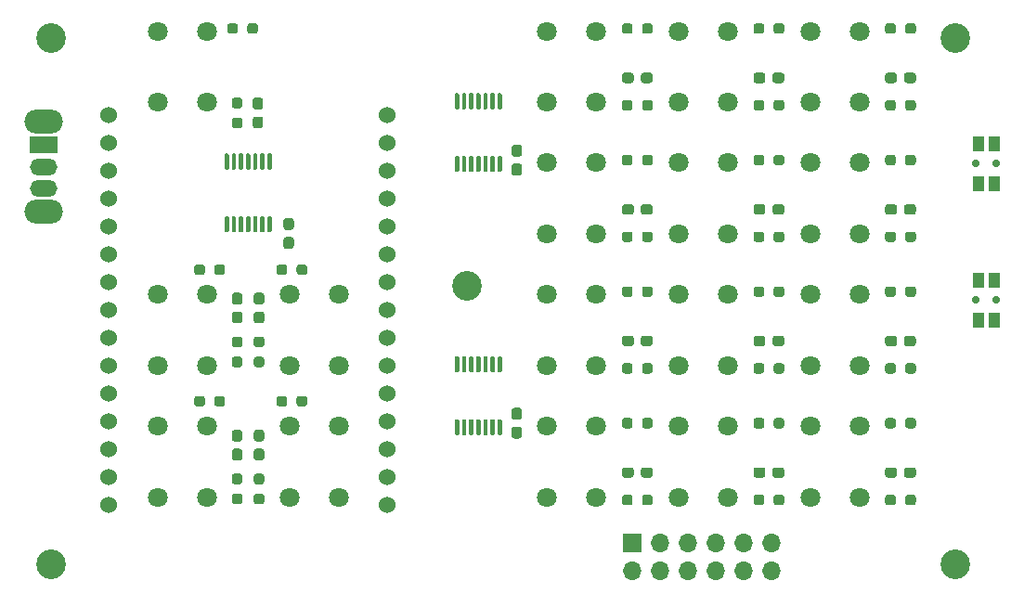
<source format=gbr>
%TF.GenerationSoftware,KiCad,Pcbnew,5.1.12-84ad8e8a86~92~ubuntu20.04.1*%
%TF.CreationDate,2022-04-07T20:47:11+02:00*%
%TF.ProjectId,bkm-15r-mini,626b6d2d-3135-4722-9d6d-696e692e6b69,rev?*%
%TF.SameCoordinates,Original*%
%TF.FileFunction,Soldermask,Top*%
%TF.FilePolarity,Negative*%
%FSLAX46Y46*%
G04 Gerber Fmt 4.6, Leading zero omitted, Abs format (unit mm)*
G04 Created by KiCad (PCBNEW 5.1.12-84ad8e8a86~92~ubuntu20.04.1) date 2022-04-07 20:47:11*
%MOMM*%
%LPD*%
G01*
G04 APERTURE LIST*
%ADD10R,1.700000X1.700000*%
%ADD11O,1.700000X1.700000*%
%ADD12C,2.700000*%
%ADD13C,1.800000*%
%ADD14C,0.700000*%
%ADD15R,1.050000X1.400000*%
%ADD16R,2.500000X1.500000*%
%ADD17O,2.500000X1.500000*%
%ADD18O,3.500000X2.200000*%
%ADD19C,1.524000*%
G04 APERTURE END LIST*
%TO.C,C102*%
G36*
G01*
X158325000Y-34837500D02*
X158325000Y-34362500D01*
G75*
G02*
X158562500Y-34125000I237500J0D01*
G01*
X159162500Y-34125000D01*
G75*
G02*
X159400000Y-34362500I0J-237500D01*
G01*
X159400000Y-34837500D01*
G75*
G02*
X159162500Y-35075000I-237500J0D01*
G01*
X158562500Y-35075000D01*
G75*
G02*
X158325000Y-34837500I0J237500D01*
G01*
G37*
G36*
G01*
X156600000Y-34837500D02*
X156600000Y-34362500D01*
G75*
G02*
X156837500Y-34125000I237500J0D01*
G01*
X157437500Y-34125000D01*
G75*
G02*
X157675000Y-34362500I0J-237500D01*
G01*
X157675000Y-34837500D01*
G75*
G02*
X157437500Y-35075000I-237500J0D01*
G01*
X156837500Y-35075000D01*
G75*
G02*
X156600000Y-34837500I0J237500D01*
G01*
G37*
%TD*%
%TO.C,C103*%
G36*
G01*
X144600000Y-34837500D02*
X144600000Y-34362500D01*
G75*
G02*
X144837500Y-34125000I237500J0D01*
G01*
X145437500Y-34125000D01*
G75*
G02*
X145675000Y-34362500I0J-237500D01*
G01*
X145675000Y-34837500D01*
G75*
G02*
X145437500Y-35075000I-237500J0D01*
G01*
X144837500Y-35075000D01*
G75*
G02*
X144600000Y-34837500I0J237500D01*
G01*
G37*
G36*
G01*
X146325000Y-34837500D02*
X146325000Y-34362500D01*
G75*
G02*
X146562500Y-34125000I237500J0D01*
G01*
X147162500Y-34125000D01*
G75*
G02*
X147400000Y-34362500I0J-237500D01*
G01*
X147400000Y-34837500D01*
G75*
G02*
X147162500Y-35075000I-237500J0D01*
G01*
X146562500Y-35075000D01*
G75*
G02*
X146325000Y-34837500I0J237500D01*
G01*
G37*
%TD*%
%TO.C,C101*%
G36*
G01*
X168600000Y-34837500D02*
X168600000Y-34362500D01*
G75*
G02*
X168837500Y-34125000I237500J0D01*
G01*
X169437500Y-34125000D01*
G75*
G02*
X169675000Y-34362500I0J-237500D01*
G01*
X169675000Y-34837500D01*
G75*
G02*
X169437500Y-35075000I-237500J0D01*
G01*
X168837500Y-35075000D01*
G75*
G02*
X168600000Y-34837500I0J237500D01*
G01*
G37*
G36*
G01*
X170325000Y-34837500D02*
X170325000Y-34362500D01*
G75*
G02*
X170562500Y-34125000I237500J0D01*
G01*
X171162500Y-34125000D01*
G75*
G02*
X171400000Y-34362500I0J-237500D01*
G01*
X171400000Y-34837500D01*
G75*
G02*
X171162500Y-35075000I-237500J0D01*
G01*
X170562500Y-35075000D01*
G75*
G02*
X170325000Y-34837500I0J237500D01*
G01*
G37*
%TD*%
%TO.C,C106*%
G36*
G01*
X144600000Y-46837500D02*
X144600000Y-46362500D01*
G75*
G02*
X144837500Y-46125000I237500J0D01*
G01*
X145437500Y-46125000D01*
G75*
G02*
X145675000Y-46362500I0J-237500D01*
G01*
X145675000Y-46837500D01*
G75*
G02*
X145437500Y-47075000I-237500J0D01*
G01*
X144837500Y-47075000D01*
G75*
G02*
X144600000Y-46837500I0J237500D01*
G01*
G37*
G36*
G01*
X146325000Y-46837500D02*
X146325000Y-46362500D01*
G75*
G02*
X146562500Y-46125000I237500J0D01*
G01*
X147162500Y-46125000D01*
G75*
G02*
X147400000Y-46362500I0J-237500D01*
G01*
X147400000Y-46837500D01*
G75*
G02*
X147162500Y-47075000I-237500J0D01*
G01*
X146562500Y-47075000D01*
G75*
G02*
X146325000Y-46837500I0J237500D01*
G01*
G37*
%TD*%
%TO.C,C104*%
G36*
G01*
X170325000Y-46837500D02*
X170325000Y-46362500D01*
G75*
G02*
X170562500Y-46125000I237500J0D01*
G01*
X171162500Y-46125000D01*
G75*
G02*
X171400000Y-46362500I0J-237500D01*
G01*
X171400000Y-46837500D01*
G75*
G02*
X171162500Y-47075000I-237500J0D01*
G01*
X170562500Y-47075000D01*
G75*
G02*
X170325000Y-46837500I0J237500D01*
G01*
G37*
G36*
G01*
X168600000Y-46837500D02*
X168600000Y-46362500D01*
G75*
G02*
X168837500Y-46125000I237500J0D01*
G01*
X169437500Y-46125000D01*
G75*
G02*
X169675000Y-46362500I0J-237500D01*
G01*
X169675000Y-46837500D01*
G75*
G02*
X169437500Y-47075000I-237500J0D01*
G01*
X168837500Y-47075000D01*
G75*
G02*
X168600000Y-46837500I0J237500D01*
G01*
G37*
%TD*%
%TO.C,C105*%
G36*
G01*
X156600000Y-46837500D02*
X156600000Y-46362500D01*
G75*
G02*
X156837500Y-46125000I237500J0D01*
G01*
X157437500Y-46125000D01*
G75*
G02*
X157675000Y-46362500I0J-237500D01*
G01*
X157675000Y-46837500D01*
G75*
G02*
X157437500Y-47075000I-237500J0D01*
G01*
X156837500Y-47075000D01*
G75*
G02*
X156600000Y-46837500I0J237500D01*
G01*
G37*
G36*
G01*
X158325000Y-46837500D02*
X158325000Y-46362500D01*
G75*
G02*
X158562500Y-46125000I237500J0D01*
G01*
X159162500Y-46125000D01*
G75*
G02*
X159400000Y-46362500I0J-237500D01*
G01*
X159400000Y-46837500D01*
G75*
G02*
X159162500Y-47075000I-237500J0D01*
G01*
X158562500Y-47075000D01*
G75*
G02*
X158325000Y-46837500I0J237500D01*
G01*
G37*
%TD*%
%TO.C,C109*%
G36*
G01*
X146325000Y-58837500D02*
X146325000Y-58362500D01*
G75*
G02*
X146562500Y-58125000I237500J0D01*
G01*
X147162500Y-58125000D01*
G75*
G02*
X147400000Y-58362500I0J-237500D01*
G01*
X147400000Y-58837500D01*
G75*
G02*
X147162500Y-59075000I-237500J0D01*
G01*
X146562500Y-59075000D01*
G75*
G02*
X146325000Y-58837500I0J237500D01*
G01*
G37*
G36*
G01*
X144600000Y-58837500D02*
X144600000Y-58362500D01*
G75*
G02*
X144837500Y-58125000I237500J0D01*
G01*
X145437500Y-58125000D01*
G75*
G02*
X145675000Y-58362500I0J-237500D01*
G01*
X145675000Y-58837500D01*
G75*
G02*
X145437500Y-59075000I-237500J0D01*
G01*
X144837500Y-59075000D01*
G75*
G02*
X144600000Y-58837500I0J237500D01*
G01*
G37*
%TD*%
%TO.C,C107*%
G36*
G01*
X170325000Y-58837500D02*
X170325000Y-58362500D01*
G75*
G02*
X170562500Y-58125000I237500J0D01*
G01*
X171162500Y-58125000D01*
G75*
G02*
X171400000Y-58362500I0J-237500D01*
G01*
X171400000Y-58837500D01*
G75*
G02*
X171162500Y-59075000I-237500J0D01*
G01*
X170562500Y-59075000D01*
G75*
G02*
X170325000Y-58837500I0J237500D01*
G01*
G37*
G36*
G01*
X168600000Y-58837500D02*
X168600000Y-58362500D01*
G75*
G02*
X168837500Y-58125000I237500J0D01*
G01*
X169437500Y-58125000D01*
G75*
G02*
X169675000Y-58362500I0J-237500D01*
G01*
X169675000Y-58837500D01*
G75*
G02*
X169437500Y-59075000I-237500J0D01*
G01*
X168837500Y-59075000D01*
G75*
G02*
X168600000Y-58837500I0J237500D01*
G01*
G37*
%TD*%
%TO.C,C108*%
G36*
G01*
X156600000Y-58837500D02*
X156600000Y-58362500D01*
G75*
G02*
X156837500Y-58125000I237500J0D01*
G01*
X157437500Y-58125000D01*
G75*
G02*
X157675000Y-58362500I0J-237500D01*
G01*
X157675000Y-58837500D01*
G75*
G02*
X157437500Y-59075000I-237500J0D01*
G01*
X156837500Y-59075000D01*
G75*
G02*
X156600000Y-58837500I0J237500D01*
G01*
G37*
G36*
G01*
X158325000Y-58837500D02*
X158325000Y-58362500D01*
G75*
G02*
X158562500Y-58125000I237500J0D01*
G01*
X159162500Y-58125000D01*
G75*
G02*
X159400000Y-58362500I0J-237500D01*
G01*
X159400000Y-58837500D01*
G75*
G02*
X159162500Y-59075000I-237500J0D01*
G01*
X158562500Y-59075000D01*
G75*
G02*
X158325000Y-58837500I0J237500D01*
G01*
G37*
%TD*%
%TO.C,C110*%
G36*
G01*
X170325000Y-70837500D02*
X170325000Y-70362500D01*
G75*
G02*
X170562500Y-70125000I237500J0D01*
G01*
X171162500Y-70125000D01*
G75*
G02*
X171400000Y-70362500I0J-237500D01*
G01*
X171400000Y-70837500D01*
G75*
G02*
X171162500Y-71075000I-237500J0D01*
G01*
X170562500Y-71075000D01*
G75*
G02*
X170325000Y-70837500I0J237500D01*
G01*
G37*
G36*
G01*
X168600000Y-70837500D02*
X168600000Y-70362500D01*
G75*
G02*
X168837500Y-70125000I237500J0D01*
G01*
X169437500Y-70125000D01*
G75*
G02*
X169675000Y-70362500I0J-237500D01*
G01*
X169675000Y-70837500D01*
G75*
G02*
X169437500Y-71075000I-237500J0D01*
G01*
X168837500Y-71075000D01*
G75*
G02*
X168600000Y-70837500I0J237500D01*
G01*
G37*
%TD*%
%TO.C,C111*%
G36*
G01*
X158325000Y-70837500D02*
X158325000Y-70362500D01*
G75*
G02*
X158562500Y-70125000I237500J0D01*
G01*
X159162500Y-70125000D01*
G75*
G02*
X159400000Y-70362500I0J-237500D01*
G01*
X159400000Y-70837500D01*
G75*
G02*
X159162500Y-71075000I-237500J0D01*
G01*
X158562500Y-71075000D01*
G75*
G02*
X158325000Y-70837500I0J237500D01*
G01*
G37*
G36*
G01*
X156600000Y-70837500D02*
X156600000Y-70362500D01*
G75*
G02*
X156837500Y-70125000I237500J0D01*
G01*
X157437500Y-70125000D01*
G75*
G02*
X157675000Y-70362500I0J-237500D01*
G01*
X157675000Y-70837500D01*
G75*
G02*
X157437500Y-71075000I-237500J0D01*
G01*
X156837500Y-71075000D01*
G75*
G02*
X156600000Y-70837500I0J237500D01*
G01*
G37*
%TD*%
%TO.C,C112*%
G36*
G01*
X146325000Y-70837500D02*
X146325000Y-70362500D01*
G75*
G02*
X146562500Y-70125000I237500J0D01*
G01*
X147162500Y-70125000D01*
G75*
G02*
X147400000Y-70362500I0J-237500D01*
G01*
X147400000Y-70837500D01*
G75*
G02*
X147162500Y-71075000I-237500J0D01*
G01*
X146562500Y-71075000D01*
G75*
G02*
X146325000Y-70837500I0J237500D01*
G01*
G37*
G36*
G01*
X144600000Y-70837500D02*
X144600000Y-70362500D01*
G75*
G02*
X144837500Y-70125000I237500J0D01*
G01*
X145437500Y-70125000D01*
G75*
G02*
X145675000Y-70362500I0J-237500D01*
G01*
X145675000Y-70837500D01*
G75*
G02*
X145437500Y-71075000I-237500J0D01*
G01*
X144837500Y-71075000D01*
G75*
G02*
X144600000Y-70837500I0J237500D01*
G01*
G37*
%TD*%
%TO.C,C113*%
G36*
G01*
X134762500Y-40700000D02*
X135237500Y-40700000D01*
G75*
G02*
X135475000Y-40937500I0J-237500D01*
G01*
X135475000Y-41537500D01*
G75*
G02*
X135237500Y-41775000I-237500J0D01*
G01*
X134762500Y-41775000D01*
G75*
G02*
X134525000Y-41537500I0J237500D01*
G01*
X134525000Y-40937500D01*
G75*
G02*
X134762500Y-40700000I237500J0D01*
G01*
G37*
G36*
G01*
X134762500Y-42425000D02*
X135237500Y-42425000D01*
G75*
G02*
X135475000Y-42662500I0J-237500D01*
G01*
X135475000Y-43262500D01*
G75*
G02*
X135237500Y-43500000I-237500J0D01*
G01*
X134762500Y-43500000D01*
G75*
G02*
X134525000Y-43262500I0J237500D01*
G01*
X134525000Y-42662500D01*
G75*
G02*
X134762500Y-42425000I237500J0D01*
G01*
G37*
%TD*%
%TO.C,C114*%
G36*
G01*
X134762500Y-66425000D02*
X135237500Y-66425000D01*
G75*
G02*
X135475000Y-66662500I0J-237500D01*
G01*
X135475000Y-67262500D01*
G75*
G02*
X135237500Y-67500000I-237500J0D01*
G01*
X134762500Y-67500000D01*
G75*
G02*
X134525000Y-67262500I0J237500D01*
G01*
X134525000Y-66662500D01*
G75*
G02*
X134762500Y-66425000I237500J0D01*
G01*
G37*
G36*
G01*
X134762500Y-64700000D02*
X135237500Y-64700000D01*
G75*
G02*
X135475000Y-64937500I0J-237500D01*
G01*
X135475000Y-65537500D01*
G75*
G02*
X135237500Y-65775000I-237500J0D01*
G01*
X134762500Y-65775000D01*
G75*
G02*
X134525000Y-65537500I0J237500D01*
G01*
X134525000Y-64937500D01*
G75*
G02*
X134762500Y-64700000I237500J0D01*
G01*
G37*
%TD*%
%TO.C,C201*%
G36*
G01*
X111262500Y-54200000D02*
X111737500Y-54200000D01*
G75*
G02*
X111975000Y-54437500I0J-237500D01*
G01*
X111975000Y-55037500D01*
G75*
G02*
X111737500Y-55275000I-237500J0D01*
G01*
X111262500Y-55275000D01*
G75*
G02*
X111025000Y-55037500I0J237500D01*
G01*
X111025000Y-54437500D01*
G75*
G02*
X111262500Y-54200000I237500J0D01*
G01*
G37*
G36*
G01*
X111262500Y-55925000D02*
X111737500Y-55925000D01*
G75*
G02*
X111975000Y-56162500I0J-237500D01*
G01*
X111975000Y-56762500D01*
G75*
G02*
X111737500Y-57000000I-237500J0D01*
G01*
X111262500Y-57000000D01*
G75*
G02*
X111025000Y-56762500I0J237500D01*
G01*
X111025000Y-56162500D01*
G75*
G02*
X111262500Y-55925000I237500J0D01*
G01*
G37*
%TD*%
%TO.C,C202*%
G36*
G01*
X109262500Y-54200000D02*
X109737500Y-54200000D01*
G75*
G02*
X109975000Y-54437500I0J-237500D01*
G01*
X109975000Y-55037500D01*
G75*
G02*
X109737500Y-55275000I-237500J0D01*
G01*
X109262500Y-55275000D01*
G75*
G02*
X109025000Y-55037500I0J237500D01*
G01*
X109025000Y-54437500D01*
G75*
G02*
X109262500Y-54200000I237500J0D01*
G01*
G37*
G36*
G01*
X109262500Y-55925000D02*
X109737500Y-55925000D01*
G75*
G02*
X109975000Y-56162500I0J-237500D01*
G01*
X109975000Y-56762500D01*
G75*
G02*
X109737500Y-57000000I-237500J0D01*
G01*
X109262500Y-57000000D01*
G75*
G02*
X109025000Y-56762500I0J237500D01*
G01*
X109025000Y-56162500D01*
G75*
G02*
X109262500Y-55925000I237500J0D01*
G01*
G37*
%TD*%
%TO.C,C203*%
G36*
G01*
X111262500Y-66700000D02*
X111737500Y-66700000D01*
G75*
G02*
X111975000Y-66937500I0J-237500D01*
G01*
X111975000Y-67537500D01*
G75*
G02*
X111737500Y-67775000I-237500J0D01*
G01*
X111262500Y-67775000D01*
G75*
G02*
X111025000Y-67537500I0J237500D01*
G01*
X111025000Y-66937500D01*
G75*
G02*
X111262500Y-66700000I237500J0D01*
G01*
G37*
G36*
G01*
X111262500Y-68425000D02*
X111737500Y-68425000D01*
G75*
G02*
X111975000Y-68662500I0J-237500D01*
G01*
X111975000Y-69262500D01*
G75*
G02*
X111737500Y-69500000I-237500J0D01*
G01*
X111262500Y-69500000D01*
G75*
G02*
X111025000Y-69262500I0J237500D01*
G01*
X111025000Y-68662500D01*
G75*
G02*
X111262500Y-68425000I237500J0D01*
G01*
G37*
%TD*%
%TO.C,C204*%
G36*
G01*
X109262500Y-68425000D02*
X109737500Y-68425000D01*
G75*
G02*
X109975000Y-68662500I0J-237500D01*
G01*
X109975000Y-69262500D01*
G75*
G02*
X109737500Y-69500000I-237500J0D01*
G01*
X109262500Y-69500000D01*
G75*
G02*
X109025000Y-69262500I0J237500D01*
G01*
X109025000Y-68662500D01*
G75*
G02*
X109262500Y-68425000I237500J0D01*
G01*
G37*
G36*
G01*
X109262500Y-66700000D02*
X109737500Y-66700000D01*
G75*
G02*
X109975000Y-66937500I0J-237500D01*
G01*
X109975000Y-67537500D01*
G75*
G02*
X109737500Y-67775000I-237500J0D01*
G01*
X109262500Y-67775000D01*
G75*
G02*
X109025000Y-67537500I0J237500D01*
G01*
X109025000Y-66937500D01*
G75*
G02*
X109262500Y-66700000I237500J0D01*
G01*
G37*
%TD*%
%TO.C,C205*%
G36*
G01*
X111637500Y-39200000D02*
X111162500Y-39200000D01*
G75*
G02*
X110925000Y-38962500I0J237500D01*
G01*
X110925000Y-38362500D01*
G75*
G02*
X111162500Y-38125000I237500J0D01*
G01*
X111637500Y-38125000D01*
G75*
G02*
X111875000Y-38362500I0J-237500D01*
G01*
X111875000Y-38962500D01*
G75*
G02*
X111637500Y-39200000I-237500J0D01*
G01*
G37*
G36*
G01*
X111637500Y-37475000D02*
X111162500Y-37475000D01*
G75*
G02*
X110925000Y-37237500I0J237500D01*
G01*
X110925000Y-36637500D01*
G75*
G02*
X111162500Y-36400000I237500J0D01*
G01*
X111637500Y-36400000D01*
G75*
G02*
X111875000Y-36637500I0J-237500D01*
G01*
X111875000Y-37237500D01*
G75*
G02*
X111637500Y-37475000I-237500J0D01*
G01*
G37*
%TD*%
%TO.C,C206*%
G36*
G01*
X114437500Y-48475000D02*
X113962500Y-48475000D01*
G75*
G02*
X113725000Y-48237500I0J237500D01*
G01*
X113725000Y-47637500D01*
G75*
G02*
X113962500Y-47400000I237500J0D01*
G01*
X114437500Y-47400000D01*
G75*
G02*
X114675000Y-47637500I0J-237500D01*
G01*
X114675000Y-48237500D01*
G75*
G02*
X114437500Y-48475000I-237500J0D01*
G01*
G37*
G36*
G01*
X114437500Y-50200000D02*
X113962500Y-50200000D01*
G75*
G02*
X113725000Y-49962500I0J237500D01*
G01*
X113725000Y-49362500D01*
G75*
G02*
X113962500Y-49125000I237500J0D01*
G01*
X114437500Y-49125000D01*
G75*
G02*
X114675000Y-49362500I0J-237500D01*
G01*
X114675000Y-49962500D01*
G75*
G02*
X114437500Y-50200000I-237500J0D01*
G01*
G37*
%TD*%
D10*
%TO.C,J301*%
X145500000Y-77000000D03*
D11*
X145500000Y-79540000D03*
X148040000Y-77000000D03*
X148040000Y-79540000D03*
X150580000Y-77000000D03*
X150580000Y-79540000D03*
X153120000Y-77000000D03*
X153120000Y-79540000D03*
X155660000Y-77000000D03*
X155660000Y-79540000D03*
X158200000Y-77000000D03*
X158200000Y-79540000D03*
%TD*%
%TO.C,R102*%
G36*
G01*
X157575000Y-29862500D02*
X157575000Y-30337500D01*
G75*
G02*
X157337500Y-30575000I-237500J0D01*
G01*
X156837500Y-30575000D01*
G75*
G02*
X156600000Y-30337500I0J237500D01*
G01*
X156600000Y-29862500D01*
G75*
G02*
X156837500Y-29625000I237500J0D01*
G01*
X157337500Y-29625000D01*
G75*
G02*
X157575000Y-29862500I0J-237500D01*
G01*
G37*
G36*
G01*
X159400000Y-29862500D02*
X159400000Y-30337500D01*
G75*
G02*
X159162500Y-30575000I-237500J0D01*
G01*
X158662500Y-30575000D01*
G75*
G02*
X158425000Y-30337500I0J237500D01*
G01*
X158425000Y-29862500D01*
G75*
G02*
X158662500Y-29625000I237500J0D01*
G01*
X159162500Y-29625000D01*
G75*
G02*
X159400000Y-29862500I0J-237500D01*
G01*
G37*
%TD*%
%TO.C,R103*%
G36*
G01*
X145575000Y-29862500D02*
X145575000Y-30337500D01*
G75*
G02*
X145337500Y-30575000I-237500J0D01*
G01*
X144837500Y-30575000D01*
G75*
G02*
X144600000Y-30337500I0J237500D01*
G01*
X144600000Y-29862500D01*
G75*
G02*
X144837500Y-29625000I237500J0D01*
G01*
X145337500Y-29625000D01*
G75*
G02*
X145575000Y-29862500I0J-237500D01*
G01*
G37*
G36*
G01*
X147400000Y-29862500D02*
X147400000Y-30337500D01*
G75*
G02*
X147162500Y-30575000I-237500J0D01*
G01*
X146662500Y-30575000D01*
G75*
G02*
X146425000Y-30337500I0J237500D01*
G01*
X146425000Y-29862500D01*
G75*
G02*
X146662500Y-29625000I237500J0D01*
G01*
X147162500Y-29625000D01*
G75*
G02*
X147400000Y-29862500I0J-237500D01*
G01*
G37*
%TD*%
%TO.C,R101*%
G36*
G01*
X171400000Y-29862500D02*
X171400000Y-30337500D01*
G75*
G02*
X171162500Y-30575000I-237500J0D01*
G01*
X170662500Y-30575000D01*
G75*
G02*
X170425000Y-30337500I0J237500D01*
G01*
X170425000Y-29862500D01*
G75*
G02*
X170662500Y-29625000I237500J0D01*
G01*
X171162500Y-29625000D01*
G75*
G02*
X171400000Y-29862500I0J-237500D01*
G01*
G37*
G36*
G01*
X169575000Y-29862500D02*
X169575000Y-30337500D01*
G75*
G02*
X169337500Y-30575000I-237500J0D01*
G01*
X168837500Y-30575000D01*
G75*
G02*
X168600000Y-30337500I0J237500D01*
G01*
X168600000Y-29862500D01*
G75*
G02*
X168837500Y-29625000I237500J0D01*
G01*
X169337500Y-29625000D01*
G75*
G02*
X169575000Y-29862500I0J-237500D01*
G01*
G37*
%TD*%
%TO.C,R105*%
G36*
G01*
X159400000Y-36862500D02*
X159400000Y-37337500D01*
G75*
G02*
X159162500Y-37575000I-237500J0D01*
G01*
X158662500Y-37575000D01*
G75*
G02*
X158425000Y-37337500I0J237500D01*
G01*
X158425000Y-36862500D01*
G75*
G02*
X158662500Y-36625000I237500J0D01*
G01*
X159162500Y-36625000D01*
G75*
G02*
X159400000Y-36862500I0J-237500D01*
G01*
G37*
G36*
G01*
X157575000Y-36862500D02*
X157575000Y-37337500D01*
G75*
G02*
X157337500Y-37575000I-237500J0D01*
G01*
X156837500Y-37575000D01*
G75*
G02*
X156600000Y-37337500I0J237500D01*
G01*
X156600000Y-36862500D01*
G75*
G02*
X156837500Y-36625000I237500J0D01*
G01*
X157337500Y-36625000D01*
G75*
G02*
X157575000Y-36862500I0J-237500D01*
G01*
G37*
%TD*%
%TO.C,R106*%
G36*
G01*
X147400000Y-36862500D02*
X147400000Y-37337500D01*
G75*
G02*
X147162500Y-37575000I-237500J0D01*
G01*
X146662500Y-37575000D01*
G75*
G02*
X146425000Y-37337500I0J237500D01*
G01*
X146425000Y-36862500D01*
G75*
G02*
X146662500Y-36625000I237500J0D01*
G01*
X147162500Y-36625000D01*
G75*
G02*
X147400000Y-36862500I0J-237500D01*
G01*
G37*
G36*
G01*
X145575000Y-36862500D02*
X145575000Y-37337500D01*
G75*
G02*
X145337500Y-37575000I-237500J0D01*
G01*
X144837500Y-37575000D01*
G75*
G02*
X144600000Y-37337500I0J237500D01*
G01*
X144600000Y-36862500D01*
G75*
G02*
X144837500Y-36625000I237500J0D01*
G01*
X145337500Y-36625000D01*
G75*
G02*
X145575000Y-36862500I0J-237500D01*
G01*
G37*
%TD*%
%TO.C,R104*%
G36*
G01*
X171400000Y-36862500D02*
X171400000Y-37337500D01*
G75*
G02*
X171162500Y-37575000I-237500J0D01*
G01*
X170662500Y-37575000D01*
G75*
G02*
X170425000Y-37337500I0J237500D01*
G01*
X170425000Y-36862500D01*
G75*
G02*
X170662500Y-36625000I237500J0D01*
G01*
X171162500Y-36625000D01*
G75*
G02*
X171400000Y-36862500I0J-237500D01*
G01*
G37*
G36*
G01*
X169575000Y-36862500D02*
X169575000Y-37337500D01*
G75*
G02*
X169337500Y-37575000I-237500J0D01*
G01*
X168837500Y-37575000D01*
G75*
G02*
X168600000Y-37337500I0J237500D01*
G01*
X168600000Y-36862500D01*
G75*
G02*
X168837500Y-36625000I237500J0D01*
G01*
X169337500Y-36625000D01*
G75*
G02*
X169575000Y-36862500I0J-237500D01*
G01*
G37*
%TD*%
%TO.C,R109*%
G36*
G01*
X147400000Y-41862500D02*
X147400000Y-42337500D01*
G75*
G02*
X147162500Y-42575000I-237500J0D01*
G01*
X146662500Y-42575000D01*
G75*
G02*
X146425000Y-42337500I0J237500D01*
G01*
X146425000Y-41862500D01*
G75*
G02*
X146662500Y-41625000I237500J0D01*
G01*
X147162500Y-41625000D01*
G75*
G02*
X147400000Y-41862500I0J-237500D01*
G01*
G37*
G36*
G01*
X145575000Y-41862500D02*
X145575000Y-42337500D01*
G75*
G02*
X145337500Y-42575000I-237500J0D01*
G01*
X144837500Y-42575000D01*
G75*
G02*
X144600000Y-42337500I0J237500D01*
G01*
X144600000Y-41862500D01*
G75*
G02*
X144837500Y-41625000I237500J0D01*
G01*
X145337500Y-41625000D01*
G75*
G02*
X145575000Y-41862500I0J-237500D01*
G01*
G37*
%TD*%
%TO.C,R107*%
G36*
G01*
X169575000Y-41862500D02*
X169575000Y-42337500D01*
G75*
G02*
X169337500Y-42575000I-237500J0D01*
G01*
X168837500Y-42575000D01*
G75*
G02*
X168600000Y-42337500I0J237500D01*
G01*
X168600000Y-41862500D01*
G75*
G02*
X168837500Y-41625000I237500J0D01*
G01*
X169337500Y-41625000D01*
G75*
G02*
X169575000Y-41862500I0J-237500D01*
G01*
G37*
G36*
G01*
X171400000Y-41862500D02*
X171400000Y-42337500D01*
G75*
G02*
X171162500Y-42575000I-237500J0D01*
G01*
X170662500Y-42575000D01*
G75*
G02*
X170425000Y-42337500I0J237500D01*
G01*
X170425000Y-41862500D01*
G75*
G02*
X170662500Y-41625000I237500J0D01*
G01*
X171162500Y-41625000D01*
G75*
G02*
X171400000Y-41862500I0J-237500D01*
G01*
G37*
%TD*%
%TO.C,R108*%
G36*
G01*
X157575000Y-41862500D02*
X157575000Y-42337500D01*
G75*
G02*
X157337500Y-42575000I-237500J0D01*
G01*
X156837500Y-42575000D01*
G75*
G02*
X156600000Y-42337500I0J237500D01*
G01*
X156600000Y-41862500D01*
G75*
G02*
X156837500Y-41625000I237500J0D01*
G01*
X157337500Y-41625000D01*
G75*
G02*
X157575000Y-41862500I0J-237500D01*
G01*
G37*
G36*
G01*
X159400000Y-41862500D02*
X159400000Y-42337500D01*
G75*
G02*
X159162500Y-42575000I-237500J0D01*
G01*
X158662500Y-42575000D01*
G75*
G02*
X158425000Y-42337500I0J237500D01*
G01*
X158425000Y-41862500D01*
G75*
G02*
X158662500Y-41625000I237500J0D01*
G01*
X159162500Y-41625000D01*
G75*
G02*
X159400000Y-41862500I0J-237500D01*
G01*
G37*
%TD*%
%TO.C,R112*%
G36*
G01*
X145575000Y-48862500D02*
X145575000Y-49337500D01*
G75*
G02*
X145337500Y-49575000I-237500J0D01*
G01*
X144837500Y-49575000D01*
G75*
G02*
X144600000Y-49337500I0J237500D01*
G01*
X144600000Y-48862500D01*
G75*
G02*
X144837500Y-48625000I237500J0D01*
G01*
X145337500Y-48625000D01*
G75*
G02*
X145575000Y-48862500I0J-237500D01*
G01*
G37*
G36*
G01*
X147400000Y-48862500D02*
X147400000Y-49337500D01*
G75*
G02*
X147162500Y-49575000I-237500J0D01*
G01*
X146662500Y-49575000D01*
G75*
G02*
X146425000Y-49337500I0J237500D01*
G01*
X146425000Y-48862500D01*
G75*
G02*
X146662500Y-48625000I237500J0D01*
G01*
X147162500Y-48625000D01*
G75*
G02*
X147400000Y-48862500I0J-237500D01*
G01*
G37*
%TD*%
%TO.C,R110*%
G36*
G01*
X169575000Y-48862500D02*
X169575000Y-49337500D01*
G75*
G02*
X169337500Y-49575000I-237500J0D01*
G01*
X168837500Y-49575000D01*
G75*
G02*
X168600000Y-49337500I0J237500D01*
G01*
X168600000Y-48862500D01*
G75*
G02*
X168837500Y-48625000I237500J0D01*
G01*
X169337500Y-48625000D01*
G75*
G02*
X169575000Y-48862500I0J-237500D01*
G01*
G37*
G36*
G01*
X171400000Y-48862500D02*
X171400000Y-49337500D01*
G75*
G02*
X171162500Y-49575000I-237500J0D01*
G01*
X170662500Y-49575000D01*
G75*
G02*
X170425000Y-49337500I0J237500D01*
G01*
X170425000Y-48862500D01*
G75*
G02*
X170662500Y-48625000I237500J0D01*
G01*
X171162500Y-48625000D01*
G75*
G02*
X171400000Y-48862500I0J-237500D01*
G01*
G37*
%TD*%
%TO.C,R111*%
G36*
G01*
X159400000Y-48862500D02*
X159400000Y-49337500D01*
G75*
G02*
X159162500Y-49575000I-237500J0D01*
G01*
X158662500Y-49575000D01*
G75*
G02*
X158425000Y-49337500I0J237500D01*
G01*
X158425000Y-48862500D01*
G75*
G02*
X158662500Y-48625000I237500J0D01*
G01*
X159162500Y-48625000D01*
G75*
G02*
X159400000Y-48862500I0J-237500D01*
G01*
G37*
G36*
G01*
X157575000Y-48862500D02*
X157575000Y-49337500D01*
G75*
G02*
X157337500Y-49575000I-237500J0D01*
G01*
X156837500Y-49575000D01*
G75*
G02*
X156600000Y-49337500I0J237500D01*
G01*
X156600000Y-48862500D01*
G75*
G02*
X156837500Y-48625000I237500J0D01*
G01*
X157337500Y-48625000D01*
G75*
G02*
X157575000Y-48862500I0J-237500D01*
G01*
G37*
%TD*%
%TO.C,R115*%
G36*
G01*
X147400000Y-53862500D02*
X147400000Y-54337500D01*
G75*
G02*
X147162500Y-54575000I-237500J0D01*
G01*
X146662500Y-54575000D01*
G75*
G02*
X146425000Y-54337500I0J237500D01*
G01*
X146425000Y-53862500D01*
G75*
G02*
X146662500Y-53625000I237500J0D01*
G01*
X147162500Y-53625000D01*
G75*
G02*
X147400000Y-53862500I0J-237500D01*
G01*
G37*
G36*
G01*
X145575000Y-53862500D02*
X145575000Y-54337500D01*
G75*
G02*
X145337500Y-54575000I-237500J0D01*
G01*
X144837500Y-54575000D01*
G75*
G02*
X144600000Y-54337500I0J237500D01*
G01*
X144600000Y-53862500D01*
G75*
G02*
X144837500Y-53625000I237500J0D01*
G01*
X145337500Y-53625000D01*
G75*
G02*
X145575000Y-53862500I0J-237500D01*
G01*
G37*
%TD*%
%TO.C,R113*%
G36*
G01*
X171400000Y-53862500D02*
X171400000Y-54337500D01*
G75*
G02*
X171162500Y-54575000I-237500J0D01*
G01*
X170662500Y-54575000D01*
G75*
G02*
X170425000Y-54337500I0J237500D01*
G01*
X170425000Y-53862500D01*
G75*
G02*
X170662500Y-53625000I237500J0D01*
G01*
X171162500Y-53625000D01*
G75*
G02*
X171400000Y-53862500I0J-237500D01*
G01*
G37*
G36*
G01*
X169575000Y-53862500D02*
X169575000Y-54337500D01*
G75*
G02*
X169337500Y-54575000I-237500J0D01*
G01*
X168837500Y-54575000D01*
G75*
G02*
X168600000Y-54337500I0J237500D01*
G01*
X168600000Y-53862500D01*
G75*
G02*
X168837500Y-53625000I237500J0D01*
G01*
X169337500Y-53625000D01*
G75*
G02*
X169575000Y-53862500I0J-237500D01*
G01*
G37*
%TD*%
%TO.C,R114*%
G36*
G01*
X157575000Y-53862500D02*
X157575000Y-54337500D01*
G75*
G02*
X157337500Y-54575000I-237500J0D01*
G01*
X156837500Y-54575000D01*
G75*
G02*
X156600000Y-54337500I0J237500D01*
G01*
X156600000Y-53862500D01*
G75*
G02*
X156837500Y-53625000I237500J0D01*
G01*
X157337500Y-53625000D01*
G75*
G02*
X157575000Y-53862500I0J-237500D01*
G01*
G37*
G36*
G01*
X159400000Y-53862500D02*
X159400000Y-54337500D01*
G75*
G02*
X159162500Y-54575000I-237500J0D01*
G01*
X158662500Y-54575000D01*
G75*
G02*
X158425000Y-54337500I0J237500D01*
G01*
X158425000Y-53862500D01*
G75*
G02*
X158662500Y-53625000I237500J0D01*
G01*
X159162500Y-53625000D01*
G75*
G02*
X159400000Y-53862500I0J-237500D01*
G01*
G37*
%TD*%
%TO.C,R118*%
G36*
G01*
X145575000Y-60862500D02*
X145575000Y-61337500D01*
G75*
G02*
X145337500Y-61575000I-237500J0D01*
G01*
X144837500Y-61575000D01*
G75*
G02*
X144600000Y-61337500I0J237500D01*
G01*
X144600000Y-60862500D01*
G75*
G02*
X144837500Y-60625000I237500J0D01*
G01*
X145337500Y-60625000D01*
G75*
G02*
X145575000Y-60862500I0J-237500D01*
G01*
G37*
G36*
G01*
X147400000Y-60862500D02*
X147400000Y-61337500D01*
G75*
G02*
X147162500Y-61575000I-237500J0D01*
G01*
X146662500Y-61575000D01*
G75*
G02*
X146425000Y-61337500I0J237500D01*
G01*
X146425000Y-60862500D01*
G75*
G02*
X146662500Y-60625000I237500J0D01*
G01*
X147162500Y-60625000D01*
G75*
G02*
X147400000Y-60862500I0J-237500D01*
G01*
G37*
%TD*%
%TO.C,R116*%
G36*
G01*
X169575000Y-60862500D02*
X169575000Y-61337500D01*
G75*
G02*
X169337500Y-61575000I-237500J0D01*
G01*
X168837500Y-61575000D01*
G75*
G02*
X168600000Y-61337500I0J237500D01*
G01*
X168600000Y-60862500D01*
G75*
G02*
X168837500Y-60625000I237500J0D01*
G01*
X169337500Y-60625000D01*
G75*
G02*
X169575000Y-60862500I0J-237500D01*
G01*
G37*
G36*
G01*
X171400000Y-60862500D02*
X171400000Y-61337500D01*
G75*
G02*
X171162500Y-61575000I-237500J0D01*
G01*
X170662500Y-61575000D01*
G75*
G02*
X170425000Y-61337500I0J237500D01*
G01*
X170425000Y-60862500D01*
G75*
G02*
X170662500Y-60625000I237500J0D01*
G01*
X171162500Y-60625000D01*
G75*
G02*
X171400000Y-60862500I0J-237500D01*
G01*
G37*
%TD*%
%TO.C,R117*%
G36*
G01*
X157575000Y-60862500D02*
X157575000Y-61337500D01*
G75*
G02*
X157337500Y-61575000I-237500J0D01*
G01*
X156837500Y-61575000D01*
G75*
G02*
X156600000Y-61337500I0J237500D01*
G01*
X156600000Y-60862500D01*
G75*
G02*
X156837500Y-60625000I237500J0D01*
G01*
X157337500Y-60625000D01*
G75*
G02*
X157575000Y-60862500I0J-237500D01*
G01*
G37*
G36*
G01*
X159400000Y-60862500D02*
X159400000Y-61337500D01*
G75*
G02*
X159162500Y-61575000I-237500J0D01*
G01*
X158662500Y-61575000D01*
G75*
G02*
X158425000Y-61337500I0J237500D01*
G01*
X158425000Y-60862500D01*
G75*
G02*
X158662500Y-60625000I237500J0D01*
G01*
X159162500Y-60625000D01*
G75*
G02*
X159400000Y-60862500I0J-237500D01*
G01*
G37*
%TD*%
%TO.C,R119*%
G36*
G01*
X171400000Y-65862500D02*
X171400000Y-66337500D01*
G75*
G02*
X171162500Y-66575000I-237500J0D01*
G01*
X170662500Y-66575000D01*
G75*
G02*
X170425000Y-66337500I0J237500D01*
G01*
X170425000Y-65862500D01*
G75*
G02*
X170662500Y-65625000I237500J0D01*
G01*
X171162500Y-65625000D01*
G75*
G02*
X171400000Y-65862500I0J-237500D01*
G01*
G37*
G36*
G01*
X169575000Y-65862500D02*
X169575000Y-66337500D01*
G75*
G02*
X169337500Y-66575000I-237500J0D01*
G01*
X168837500Y-66575000D01*
G75*
G02*
X168600000Y-66337500I0J237500D01*
G01*
X168600000Y-65862500D01*
G75*
G02*
X168837500Y-65625000I237500J0D01*
G01*
X169337500Y-65625000D01*
G75*
G02*
X169575000Y-65862500I0J-237500D01*
G01*
G37*
%TD*%
%TO.C,R120*%
G36*
G01*
X159400000Y-65862500D02*
X159400000Y-66337500D01*
G75*
G02*
X159162500Y-66575000I-237500J0D01*
G01*
X158662500Y-66575000D01*
G75*
G02*
X158425000Y-66337500I0J237500D01*
G01*
X158425000Y-65862500D01*
G75*
G02*
X158662500Y-65625000I237500J0D01*
G01*
X159162500Y-65625000D01*
G75*
G02*
X159400000Y-65862500I0J-237500D01*
G01*
G37*
G36*
G01*
X157575000Y-65862500D02*
X157575000Y-66337500D01*
G75*
G02*
X157337500Y-66575000I-237500J0D01*
G01*
X156837500Y-66575000D01*
G75*
G02*
X156600000Y-66337500I0J237500D01*
G01*
X156600000Y-65862500D01*
G75*
G02*
X156837500Y-65625000I237500J0D01*
G01*
X157337500Y-65625000D01*
G75*
G02*
X157575000Y-65862500I0J-237500D01*
G01*
G37*
%TD*%
%TO.C,R121*%
G36*
G01*
X147400000Y-65862500D02*
X147400000Y-66337500D01*
G75*
G02*
X147162500Y-66575000I-237500J0D01*
G01*
X146662500Y-66575000D01*
G75*
G02*
X146425000Y-66337500I0J237500D01*
G01*
X146425000Y-65862500D01*
G75*
G02*
X146662500Y-65625000I237500J0D01*
G01*
X147162500Y-65625000D01*
G75*
G02*
X147400000Y-65862500I0J-237500D01*
G01*
G37*
G36*
G01*
X145575000Y-65862500D02*
X145575000Y-66337500D01*
G75*
G02*
X145337500Y-66575000I-237500J0D01*
G01*
X144837500Y-66575000D01*
G75*
G02*
X144600000Y-66337500I0J237500D01*
G01*
X144600000Y-65862500D01*
G75*
G02*
X144837500Y-65625000I237500J0D01*
G01*
X145337500Y-65625000D01*
G75*
G02*
X145575000Y-65862500I0J-237500D01*
G01*
G37*
%TD*%
%TO.C,R122*%
G36*
G01*
X169575000Y-72862500D02*
X169575000Y-73337500D01*
G75*
G02*
X169337500Y-73575000I-237500J0D01*
G01*
X168837500Y-73575000D01*
G75*
G02*
X168600000Y-73337500I0J237500D01*
G01*
X168600000Y-72862500D01*
G75*
G02*
X168837500Y-72625000I237500J0D01*
G01*
X169337500Y-72625000D01*
G75*
G02*
X169575000Y-72862500I0J-237500D01*
G01*
G37*
G36*
G01*
X171400000Y-72862500D02*
X171400000Y-73337500D01*
G75*
G02*
X171162500Y-73575000I-237500J0D01*
G01*
X170662500Y-73575000D01*
G75*
G02*
X170425000Y-73337500I0J237500D01*
G01*
X170425000Y-72862500D01*
G75*
G02*
X170662500Y-72625000I237500J0D01*
G01*
X171162500Y-72625000D01*
G75*
G02*
X171400000Y-72862500I0J-237500D01*
G01*
G37*
%TD*%
%TO.C,R123*%
G36*
G01*
X157575000Y-72862500D02*
X157575000Y-73337500D01*
G75*
G02*
X157337500Y-73575000I-237500J0D01*
G01*
X156837500Y-73575000D01*
G75*
G02*
X156600000Y-73337500I0J237500D01*
G01*
X156600000Y-72862500D01*
G75*
G02*
X156837500Y-72625000I237500J0D01*
G01*
X157337500Y-72625000D01*
G75*
G02*
X157575000Y-72862500I0J-237500D01*
G01*
G37*
G36*
G01*
X159400000Y-72862500D02*
X159400000Y-73337500D01*
G75*
G02*
X159162500Y-73575000I-237500J0D01*
G01*
X158662500Y-73575000D01*
G75*
G02*
X158425000Y-73337500I0J237500D01*
G01*
X158425000Y-72862500D01*
G75*
G02*
X158662500Y-72625000I237500J0D01*
G01*
X159162500Y-72625000D01*
G75*
G02*
X159400000Y-72862500I0J-237500D01*
G01*
G37*
%TD*%
%TO.C,R124*%
G36*
G01*
X147400000Y-72862500D02*
X147400000Y-73337500D01*
G75*
G02*
X147162500Y-73575000I-237500J0D01*
G01*
X146662500Y-73575000D01*
G75*
G02*
X146425000Y-73337500I0J237500D01*
G01*
X146425000Y-72862500D01*
G75*
G02*
X146662500Y-72625000I237500J0D01*
G01*
X147162500Y-72625000D01*
G75*
G02*
X147400000Y-72862500I0J-237500D01*
G01*
G37*
G36*
G01*
X145575000Y-72862500D02*
X145575000Y-73337500D01*
G75*
G02*
X145337500Y-73575000I-237500J0D01*
G01*
X144837500Y-73575000D01*
G75*
G02*
X144600000Y-73337500I0J237500D01*
G01*
X144600000Y-72862500D01*
G75*
G02*
X144837500Y-72625000I237500J0D01*
G01*
X145337500Y-72625000D01*
G75*
G02*
X145575000Y-72862500I0J-237500D01*
G01*
G37*
%TD*%
%TO.C,R201*%
G36*
G01*
X111737500Y-59175000D02*
X111262500Y-59175000D01*
G75*
G02*
X111025000Y-58937500I0J237500D01*
G01*
X111025000Y-58437500D01*
G75*
G02*
X111262500Y-58200000I237500J0D01*
G01*
X111737500Y-58200000D01*
G75*
G02*
X111975000Y-58437500I0J-237500D01*
G01*
X111975000Y-58937500D01*
G75*
G02*
X111737500Y-59175000I-237500J0D01*
G01*
G37*
G36*
G01*
X111737500Y-61000000D02*
X111262500Y-61000000D01*
G75*
G02*
X111025000Y-60762500I0J237500D01*
G01*
X111025000Y-60262500D01*
G75*
G02*
X111262500Y-60025000I237500J0D01*
G01*
X111737500Y-60025000D01*
G75*
G02*
X111975000Y-60262500I0J-237500D01*
G01*
X111975000Y-60762500D01*
G75*
G02*
X111737500Y-61000000I-237500J0D01*
G01*
G37*
%TD*%
%TO.C,R202*%
G36*
G01*
X109737500Y-59175000D02*
X109262500Y-59175000D01*
G75*
G02*
X109025000Y-58937500I0J237500D01*
G01*
X109025000Y-58437500D01*
G75*
G02*
X109262500Y-58200000I237500J0D01*
G01*
X109737500Y-58200000D01*
G75*
G02*
X109975000Y-58437500I0J-237500D01*
G01*
X109975000Y-58937500D01*
G75*
G02*
X109737500Y-59175000I-237500J0D01*
G01*
G37*
G36*
G01*
X109737500Y-61000000D02*
X109262500Y-61000000D01*
G75*
G02*
X109025000Y-60762500I0J237500D01*
G01*
X109025000Y-60262500D01*
G75*
G02*
X109262500Y-60025000I237500J0D01*
G01*
X109737500Y-60025000D01*
G75*
G02*
X109975000Y-60262500I0J-237500D01*
G01*
X109975000Y-60762500D01*
G75*
G02*
X109737500Y-61000000I-237500J0D01*
G01*
G37*
%TD*%
%TO.C,R203*%
G36*
G01*
X113100000Y-52337500D02*
X113100000Y-51862500D01*
G75*
G02*
X113337500Y-51625000I237500J0D01*
G01*
X113837500Y-51625000D01*
G75*
G02*
X114075000Y-51862500I0J-237500D01*
G01*
X114075000Y-52337500D01*
G75*
G02*
X113837500Y-52575000I-237500J0D01*
G01*
X113337500Y-52575000D01*
G75*
G02*
X113100000Y-52337500I0J237500D01*
G01*
G37*
G36*
G01*
X114925000Y-52337500D02*
X114925000Y-51862500D01*
G75*
G02*
X115162500Y-51625000I237500J0D01*
G01*
X115662500Y-51625000D01*
G75*
G02*
X115900000Y-51862500I0J-237500D01*
G01*
X115900000Y-52337500D01*
G75*
G02*
X115662500Y-52575000I-237500J0D01*
G01*
X115162500Y-52575000D01*
G75*
G02*
X114925000Y-52337500I0J237500D01*
G01*
G37*
%TD*%
%TO.C,R204*%
G36*
G01*
X108400000Y-51862500D02*
X108400000Y-52337500D01*
G75*
G02*
X108162500Y-52575000I-237500J0D01*
G01*
X107662500Y-52575000D01*
G75*
G02*
X107425000Y-52337500I0J237500D01*
G01*
X107425000Y-51862500D01*
G75*
G02*
X107662500Y-51625000I237500J0D01*
G01*
X108162500Y-51625000D01*
G75*
G02*
X108400000Y-51862500I0J-237500D01*
G01*
G37*
G36*
G01*
X106575000Y-51862500D02*
X106575000Y-52337500D01*
G75*
G02*
X106337500Y-52575000I-237500J0D01*
G01*
X105837500Y-52575000D01*
G75*
G02*
X105600000Y-52337500I0J237500D01*
G01*
X105600000Y-51862500D01*
G75*
G02*
X105837500Y-51625000I237500J0D01*
G01*
X106337500Y-51625000D01*
G75*
G02*
X106575000Y-51862500I0J-237500D01*
G01*
G37*
%TD*%
%TO.C,R205*%
G36*
G01*
X111262500Y-70700000D02*
X111737500Y-70700000D01*
G75*
G02*
X111975000Y-70937500I0J-237500D01*
G01*
X111975000Y-71437500D01*
G75*
G02*
X111737500Y-71675000I-237500J0D01*
G01*
X111262500Y-71675000D01*
G75*
G02*
X111025000Y-71437500I0J237500D01*
G01*
X111025000Y-70937500D01*
G75*
G02*
X111262500Y-70700000I237500J0D01*
G01*
G37*
G36*
G01*
X111262500Y-72525000D02*
X111737500Y-72525000D01*
G75*
G02*
X111975000Y-72762500I0J-237500D01*
G01*
X111975000Y-73262500D01*
G75*
G02*
X111737500Y-73500000I-237500J0D01*
G01*
X111262500Y-73500000D01*
G75*
G02*
X111025000Y-73262500I0J237500D01*
G01*
X111025000Y-72762500D01*
G75*
G02*
X111262500Y-72525000I237500J0D01*
G01*
G37*
%TD*%
%TO.C,R206*%
G36*
G01*
X109262500Y-70700000D02*
X109737500Y-70700000D01*
G75*
G02*
X109975000Y-70937500I0J-237500D01*
G01*
X109975000Y-71437500D01*
G75*
G02*
X109737500Y-71675000I-237500J0D01*
G01*
X109262500Y-71675000D01*
G75*
G02*
X109025000Y-71437500I0J237500D01*
G01*
X109025000Y-70937500D01*
G75*
G02*
X109262500Y-70700000I237500J0D01*
G01*
G37*
G36*
G01*
X109262500Y-72525000D02*
X109737500Y-72525000D01*
G75*
G02*
X109975000Y-72762500I0J-237500D01*
G01*
X109975000Y-73262500D01*
G75*
G02*
X109737500Y-73500000I-237500J0D01*
G01*
X109262500Y-73500000D01*
G75*
G02*
X109025000Y-73262500I0J237500D01*
G01*
X109025000Y-72762500D01*
G75*
G02*
X109262500Y-72525000I237500J0D01*
G01*
G37*
%TD*%
%TO.C,R207*%
G36*
G01*
X114925000Y-64337500D02*
X114925000Y-63862500D01*
G75*
G02*
X115162500Y-63625000I237500J0D01*
G01*
X115662500Y-63625000D01*
G75*
G02*
X115900000Y-63862500I0J-237500D01*
G01*
X115900000Y-64337500D01*
G75*
G02*
X115662500Y-64575000I-237500J0D01*
G01*
X115162500Y-64575000D01*
G75*
G02*
X114925000Y-64337500I0J237500D01*
G01*
G37*
G36*
G01*
X113100000Y-64337500D02*
X113100000Y-63862500D01*
G75*
G02*
X113337500Y-63625000I237500J0D01*
G01*
X113837500Y-63625000D01*
G75*
G02*
X114075000Y-63862500I0J-237500D01*
G01*
X114075000Y-64337500D01*
G75*
G02*
X113837500Y-64575000I-237500J0D01*
G01*
X113337500Y-64575000D01*
G75*
G02*
X113100000Y-64337500I0J237500D01*
G01*
G37*
%TD*%
%TO.C,R208*%
G36*
G01*
X108400000Y-63862500D02*
X108400000Y-64337500D01*
G75*
G02*
X108162500Y-64575000I-237500J0D01*
G01*
X107662500Y-64575000D01*
G75*
G02*
X107425000Y-64337500I0J237500D01*
G01*
X107425000Y-63862500D01*
G75*
G02*
X107662500Y-63625000I237500J0D01*
G01*
X108162500Y-63625000D01*
G75*
G02*
X108400000Y-63862500I0J-237500D01*
G01*
G37*
G36*
G01*
X106575000Y-63862500D02*
X106575000Y-64337500D01*
G75*
G02*
X106337500Y-64575000I-237500J0D01*
G01*
X105837500Y-64575000D01*
G75*
G02*
X105600000Y-64337500I0J237500D01*
G01*
X105600000Y-63862500D01*
G75*
G02*
X105837500Y-63625000I237500J0D01*
G01*
X106337500Y-63625000D01*
G75*
G02*
X106575000Y-63862500I0J-237500D01*
G01*
G37*
%TD*%
%TO.C,R209*%
G36*
G01*
X109575000Y-29862500D02*
X109575000Y-30337500D01*
G75*
G02*
X109337500Y-30575000I-237500J0D01*
G01*
X108837500Y-30575000D01*
G75*
G02*
X108600000Y-30337500I0J237500D01*
G01*
X108600000Y-29862500D01*
G75*
G02*
X108837500Y-29625000I237500J0D01*
G01*
X109337500Y-29625000D01*
G75*
G02*
X109575000Y-29862500I0J-237500D01*
G01*
G37*
G36*
G01*
X111400000Y-29862500D02*
X111400000Y-30337500D01*
G75*
G02*
X111162500Y-30575000I-237500J0D01*
G01*
X110662500Y-30575000D01*
G75*
G02*
X110425000Y-30337500I0J237500D01*
G01*
X110425000Y-29862500D01*
G75*
G02*
X110662500Y-29625000I237500J0D01*
G01*
X111162500Y-29625000D01*
G75*
G02*
X111400000Y-29862500I0J-237500D01*
G01*
G37*
%TD*%
%TO.C,R210*%
G36*
G01*
X109737500Y-37375000D02*
X109262500Y-37375000D01*
G75*
G02*
X109025000Y-37137500I0J237500D01*
G01*
X109025000Y-36637500D01*
G75*
G02*
X109262500Y-36400000I237500J0D01*
G01*
X109737500Y-36400000D01*
G75*
G02*
X109975000Y-36637500I0J-237500D01*
G01*
X109975000Y-37137500D01*
G75*
G02*
X109737500Y-37375000I-237500J0D01*
G01*
G37*
G36*
G01*
X109737500Y-39200000D02*
X109262500Y-39200000D01*
G75*
G02*
X109025000Y-38962500I0J237500D01*
G01*
X109025000Y-38462500D01*
G75*
G02*
X109262500Y-38225000I237500J0D01*
G01*
X109737500Y-38225000D01*
G75*
G02*
X109975000Y-38462500I0J-237500D01*
G01*
X109975000Y-38962500D01*
G75*
G02*
X109737500Y-39200000I-237500J0D01*
G01*
G37*
%TD*%
%TO.C,U101*%
G36*
G01*
X133350000Y-36000000D02*
X133550000Y-36000000D01*
G75*
G02*
X133650000Y-36100000I0J-100000D01*
G01*
X133650000Y-37375000D01*
G75*
G02*
X133550000Y-37475000I-100000J0D01*
G01*
X133350000Y-37475000D01*
G75*
G02*
X133250000Y-37375000I0J100000D01*
G01*
X133250000Y-36100000D01*
G75*
G02*
X133350000Y-36000000I100000J0D01*
G01*
G37*
G36*
G01*
X132700000Y-36000000D02*
X132900000Y-36000000D01*
G75*
G02*
X133000000Y-36100000I0J-100000D01*
G01*
X133000000Y-37375000D01*
G75*
G02*
X132900000Y-37475000I-100000J0D01*
G01*
X132700000Y-37475000D01*
G75*
G02*
X132600000Y-37375000I0J100000D01*
G01*
X132600000Y-36100000D01*
G75*
G02*
X132700000Y-36000000I100000J0D01*
G01*
G37*
G36*
G01*
X132050000Y-36000000D02*
X132250000Y-36000000D01*
G75*
G02*
X132350000Y-36100000I0J-100000D01*
G01*
X132350000Y-37375000D01*
G75*
G02*
X132250000Y-37475000I-100000J0D01*
G01*
X132050000Y-37475000D01*
G75*
G02*
X131950000Y-37375000I0J100000D01*
G01*
X131950000Y-36100000D01*
G75*
G02*
X132050000Y-36000000I100000J0D01*
G01*
G37*
G36*
G01*
X131400000Y-36000000D02*
X131600000Y-36000000D01*
G75*
G02*
X131700000Y-36100000I0J-100000D01*
G01*
X131700000Y-37375000D01*
G75*
G02*
X131600000Y-37475000I-100000J0D01*
G01*
X131400000Y-37475000D01*
G75*
G02*
X131300000Y-37375000I0J100000D01*
G01*
X131300000Y-36100000D01*
G75*
G02*
X131400000Y-36000000I100000J0D01*
G01*
G37*
G36*
G01*
X130750000Y-36000000D02*
X130950000Y-36000000D01*
G75*
G02*
X131050000Y-36100000I0J-100000D01*
G01*
X131050000Y-37375000D01*
G75*
G02*
X130950000Y-37475000I-100000J0D01*
G01*
X130750000Y-37475000D01*
G75*
G02*
X130650000Y-37375000I0J100000D01*
G01*
X130650000Y-36100000D01*
G75*
G02*
X130750000Y-36000000I100000J0D01*
G01*
G37*
G36*
G01*
X130100000Y-36000000D02*
X130300000Y-36000000D01*
G75*
G02*
X130400000Y-36100000I0J-100000D01*
G01*
X130400000Y-37375000D01*
G75*
G02*
X130300000Y-37475000I-100000J0D01*
G01*
X130100000Y-37475000D01*
G75*
G02*
X130000000Y-37375000I0J100000D01*
G01*
X130000000Y-36100000D01*
G75*
G02*
X130100000Y-36000000I100000J0D01*
G01*
G37*
G36*
G01*
X129450000Y-36000000D02*
X129650000Y-36000000D01*
G75*
G02*
X129750000Y-36100000I0J-100000D01*
G01*
X129750000Y-37375000D01*
G75*
G02*
X129650000Y-37475000I-100000J0D01*
G01*
X129450000Y-37475000D01*
G75*
G02*
X129350000Y-37375000I0J100000D01*
G01*
X129350000Y-36100000D01*
G75*
G02*
X129450000Y-36000000I100000J0D01*
G01*
G37*
G36*
G01*
X129450000Y-41725000D02*
X129650000Y-41725000D01*
G75*
G02*
X129750000Y-41825000I0J-100000D01*
G01*
X129750000Y-43100000D01*
G75*
G02*
X129650000Y-43200000I-100000J0D01*
G01*
X129450000Y-43200000D01*
G75*
G02*
X129350000Y-43100000I0J100000D01*
G01*
X129350000Y-41825000D01*
G75*
G02*
X129450000Y-41725000I100000J0D01*
G01*
G37*
G36*
G01*
X130100000Y-41725000D02*
X130300000Y-41725000D01*
G75*
G02*
X130400000Y-41825000I0J-100000D01*
G01*
X130400000Y-43100000D01*
G75*
G02*
X130300000Y-43200000I-100000J0D01*
G01*
X130100000Y-43200000D01*
G75*
G02*
X130000000Y-43100000I0J100000D01*
G01*
X130000000Y-41825000D01*
G75*
G02*
X130100000Y-41725000I100000J0D01*
G01*
G37*
G36*
G01*
X130750000Y-41725000D02*
X130950000Y-41725000D01*
G75*
G02*
X131050000Y-41825000I0J-100000D01*
G01*
X131050000Y-43100000D01*
G75*
G02*
X130950000Y-43200000I-100000J0D01*
G01*
X130750000Y-43200000D01*
G75*
G02*
X130650000Y-43100000I0J100000D01*
G01*
X130650000Y-41825000D01*
G75*
G02*
X130750000Y-41725000I100000J0D01*
G01*
G37*
G36*
G01*
X131400000Y-41725000D02*
X131600000Y-41725000D01*
G75*
G02*
X131700000Y-41825000I0J-100000D01*
G01*
X131700000Y-43100000D01*
G75*
G02*
X131600000Y-43200000I-100000J0D01*
G01*
X131400000Y-43200000D01*
G75*
G02*
X131300000Y-43100000I0J100000D01*
G01*
X131300000Y-41825000D01*
G75*
G02*
X131400000Y-41725000I100000J0D01*
G01*
G37*
G36*
G01*
X132050000Y-41725000D02*
X132250000Y-41725000D01*
G75*
G02*
X132350000Y-41825000I0J-100000D01*
G01*
X132350000Y-43100000D01*
G75*
G02*
X132250000Y-43200000I-100000J0D01*
G01*
X132050000Y-43200000D01*
G75*
G02*
X131950000Y-43100000I0J100000D01*
G01*
X131950000Y-41825000D01*
G75*
G02*
X132050000Y-41725000I100000J0D01*
G01*
G37*
G36*
G01*
X132700000Y-41725000D02*
X132900000Y-41725000D01*
G75*
G02*
X133000000Y-41825000I0J-100000D01*
G01*
X133000000Y-43100000D01*
G75*
G02*
X132900000Y-43200000I-100000J0D01*
G01*
X132700000Y-43200000D01*
G75*
G02*
X132600000Y-43100000I0J100000D01*
G01*
X132600000Y-41825000D01*
G75*
G02*
X132700000Y-41725000I100000J0D01*
G01*
G37*
G36*
G01*
X133350000Y-41725000D02*
X133550000Y-41725000D01*
G75*
G02*
X133650000Y-41825000I0J-100000D01*
G01*
X133650000Y-43100000D01*
G75*
G02*
X133550000Y-43200000I-100000J0D01*
G01*
X133350000Y-43200000D01*
G75*
G02*
X133250000Y-43100000I0J100000D01*
G01*
X133250000Y-41825000D01*
G75*
G02*
X133350000Y-41725000I100000J0D01*
G01*
G37*
%TD*%
%TO.C,U201*%
G36*
G01*
X112350000Y-47225000D02*
X112550000Y-47225000D01*
G75*
G02*
X112650000Y-47325000I0J-100000D01*
G01*
X112650000Y-48600000D01*
G75*
G02*
X112550000Y-48700000I-100000J0D01*
G01*
X112350000Y-48700000D01*
G75*
G02*
X112250000Y-48600000I0J100000D01*
G01*
X112250000Y-47325000D01*
G75*
G02*
X112350000Y-47225000I100000J0D01*
G01*
G37*
G36*
G01*
X111700000Y-47225000D02*
X111900000Y-47225000D01*
G75*
G02*
X112000000Y-47325000I0J-100000D01*
G01*
X112000000Y-48600000D01*
G75*
G02*
X111900000Y-48700000I-100000J0D01*
G01*
X111700000Y-48700000D01*
G75*
G02*
X111600000Y-48600000I0J100000D01*
G01*
X111600000Y-47325000D01*
G75*
G02*
X111700000Y-47225000I100000J0D01*
G01*
G37*
G36*
G01*
X111050000Y-47225000D02*
X111250000Y-47225000D01*
G75*
G02*
X111350000Y-47325000I0J-100000D01*
G01*
X111350000Y-48600000D01*
G75*
G02*
X111250000Y-48700000I-100000J0D01*
G01*
X111050000Y-48700000D01*
G75*
G02*
X110950000Y-48600000I0J100000D01*
G01*
X110950000Y-47325000D01*
G75*
G02*
X111050000Y-47225000I100000J0D01*
G01*
G37*
G36*
G01*
X110400000Y-47225000D02*
X110600000Y-47225000D01*
G75*
G02*
X110700000Y-47325000I0J-100000D01*
G01*
X110700000Y-48600000D01*
G75*
G02*
X110600000Y-48700000I-100000J0D01*
G01*
X110400000Y-48700000D01*
G75*
G02*
X110300000Y-48600000I0J100000D01*
G01*
X110300000Y-47325000D01*
G75*
G02*
X110400000Y-47225000I100000J0D01*
G01*
G37*
G36*
G01*
X109750000Y-47225000D02*
X109950000Y-47225000D01*
G75*
G02*
X110050000Y-47325000I0J-100000D01*
G01*
X110050000Y-48600000D01*
G75*
G02*
X109950000Y-48700000I-100000J0D01*
G01*
X109750000Y-48700000D01*
G75*
G02*
X109650000Y-48600000I0J100000D01*
G01*
X109650000Y-47325000D01*
G75*
G02*
X109750000Y-47225000I100000J0D01*
G01*
G37*
G36*
G01*
X109100000Y-47225000D02*
X109300000Y-47225000D01*
G75*
G02*
X109400000Y-47325000I0J-100000D01*
G01*
X109400000Y-48600000D01*
G75*
G02*
X109300000Y-48700000I-100000J0D01*
G01*
X109100000Y-48700000D01*
G75*
G02*
X109000000Y-48600000I0J100000D01*
G01*
X109000000Y-47325000D01*
G75*
G02*
X109100000Y-47225000I100000J0D01*
G01*
G37*
G36*
G01*
X108450000Y-47225000D02*
X108650000Y-47225000D01*
G75*
G02*
X108750000Y-47325000I0J-100000D01*
G01*
X108750000Y-48600000D01*
G75*
G02*
X108650000Y-48700000I-100000J0D01*
G01*
X108450000Y-48700000D01*
G75*
G02*
X108350000Y-48600000I0J100000D01*
G01*
X108350000Y-47325000D01*
G75*
G02*
X108450000Y-47225000I100000J0D01*
G01*
G37*
G36*
G01*
X108450000Y-41500000D02*
X108650000Y-41500000D01*
G75*
G02*
X108750000Y-41600000I0J-100000D01*
G01*
X108750000Y-42875000D01*
G75*
G02*
X108650000Y-42975000I-100000J0D01*
G01*
X108450000Y-42975000D01*
G75*
G02*
X108350000Y-42875000I0J100000D01*
G01*
X108350000Y-41600000D01*
G75*
G02*
X108450000Y-41500000I100000J0D01*
G01*
G37*
G36*
G01*
X109100000Y-41500000D02*
X109300000Y-41500000D01*
G75*
G02*
X109400000Y-41600000I0J-100000D01*
G01*
X109400000Y-42875000D01*
G75*
G02*
X109300000Y-42975000I-100000J0D01*
G01*
X109100000Y-42975000D01*
G75*
G02*
X109000000Y-42875000I0J100000D01*
G01*
X109000000Y-41600000D01*
G75*
G02*
X109100000Y-41500000I100000J0D01*
G01*
G37*
G36*
G01*
X109750000Y-41500000D02*
X109950000Y-41500000D01*
G75*
G02*
X110050000Y-41600000I0J-100000D01*
G01*
X110050000Y-42875000D01*
G75*
G02*
X109950000Y-42975000I-100000J0D01*
G01*
X109750000Y-42975000D01*
G75*
G02*
X109650000Y-42875000I0J100000D01*
G01*
X109650000Y-41600000D01*
G75*
G02*
X109750000Y-41500000I100000J0D01*
G01*
G37*
G36*
G01*
X110400000Y-41500000D02*
X110600000Y-41500000D01*
G75*
G02*
X110700000Y-41600000I0J-100000D01*
G01*
X110700000Y-42875000D01*
G75*
G02*
X110600000Y-42975000I-100000J0D01*
G01*
X110400000Y-42975000D01*
G75*
G02*
X110300000Y-42875000I0J100000D01*
G01*
X110300000Y-41600000D01*
G75*
G02*
X110400000Y-41500000I100000J0D01*
G01*
G37*
G36*
G01*
X111050000Y-41500000D02*
X111250000Y-41500000D01*
G75*
G02*
X111350000Y-41600000I0J-100000D01*
G01*
X111350000Y-42875000D01*
G75*
G02*
X111250000Y-42975000I-100000J0D01*
G01*
X111050000Y-42975000D01*
G75*
G02*
X110950000Y-42875000I0J100000D01*
G01*
X110950000Y-41600000D01*
G75*
G02*
X111050000Y-41500000I100000J0D01*
G01*
G37*
G36*
G01*
X111700000Y-41500000D02*
X111900000Y-41500000D01*
G75*
G02*
X112000000Y-41600000I0J-100000D01*
G01*
X112000000Y-42875000D01*
G75*
G02*
X111900000Y-42975000I-100000J0D01*
G01*
X111700000Y-42975000D01*
G75*
G02*
X111600000Y-42875000I0J100000D01*
G01*
X111600000Y-41600000D01*
G75*
G02*
X111700000Y-41500000I100000J0D01*
G01*
G37*
G36*
G01*
X112350000Y-41500000D02*
X112550000Y-41500000D01*
G75*
G02*
X112650000Y-41600000I0J-100000D01*
G01*
X112650000Y-42875000D01*
G75*
G02*
X112550000Y-42975000I-100000J0D01*
G01*
X112350000Y-42975000D01*
G75*
G02*
X112250000Y-42875000I0J100000D01*
G01*
X112250000Y-41600000D01*
G75*
G02*
X112350000Y-41500000I100000J0D01*
G01*
G37*
%TD*%
%TO.C,U102*%
G36*
G01*
X133350000Y-60000000D02*
X133550000Y-60000000D01*
G75*
G02*
X133650000Y-60100000I0J-100000D01*
G01*
X133650000Y-61375000D01*
G75*
G02*
X133550000Y-61475000I-100000J0D01*
G01*
X133350000Y-61475000D01*
G75*
G02*
X133250000Y-61375000I0J100000D01*
G01*
X133250000Y-60100000D01*
G75*
G02*
X133350000Y-60000000I100000J0D01*
G01*
G37*
G36*
G01*
X132700000Y-60000000D02*
X132900000Y-60000000D01*
G75*
G02*
X133000000Y-60100000I0J-100000D01*
G01*
X133000000Y-61375000D01*
G75*
G02*
X132900000Y-61475000I-100000J0D01*
G01*
X132700000Y-61475000D01*
G75*
G02*
X132600000Y-61375000I0J100000D01*
G01*
X132600000Y-60100000D01*
G75*
G02*
X132700000Y-60000000I100000J0D01*
G01*
G37*
G36*
G01*
X132050000Y-60000000D02*
X132250000Y-60000000D01*
G75*
G02*
X132350000Y-60100000I0J-100000D01*
G01*
X132350000Y-61375000D01*
G75*
G02*
X132250000Y-61475000I-100000J0D01*
G01*
X132050000Y-61475000D01*
G75*
G02*
X131950000Y-61375000I0J100000D01*
G01*
X131950000Y-60100000D01*
G75*
G02*
X132050000Y-60000000I100000J0D01*
G01*
G37*
G36*
G01*
X131400000Y-60000000D02*
X131600000Y-60000000D01*
G75*
G02*
X131700000Y-60100000I0J-100000D01*
G01*
X131700000Y-61375000D01*
G75*
G02*
X131600000Y-61475000I-100000J0D01*
G01*
X131400000Y-61475000D01*
G75*
G02*
X131300000Y-61375000I0J100000D01*
G01*
X131300000Y-60100000D01*
G75*
G02*
X131400000Y-60000000I100000J0D01*
G01*
G37*
G36*
G01*
X130750000Y-60000000D02*
X130950000Y-60000000D01*
G75*
G02*
X131050000Y-60100000I0J-100000D01*
G01*
X131050000Y-61375000D01*
G75*
G02*
X130950000Y-61475000I-100000J0D01*
G01*
X130750000Y-61475000D01*
G75*
G02*
X130650000Y-61375000I0J100000D01*
G01*
X130650000Y-60100000D01*
G75*
G02*
X130750000Y-60000000I100000J0D01*
G01*
G37*
G36*
G01*
X130100000Y-60000000D02*
X130300000Y-60000000D01*
G75*
G02*
X130400000Y-60100000I0J-100000D01*
G01*
X130400000Y-61375000D01*
G75*
G02*
X130300000Y-61475000I-100000J0D01*
G01*
X130100000Y-61475000D01*
G75*
G02*
X130000000Y-61375000I0J100000D01*
G01*
X130000000Y-60100000D01*
G75*
G02*
X130100000Y-60000000I100000J0D01*
G01*
G37*
G36*
G01*
X129450000Y-60000000D02*
X129650000Y-60000000D01*
G75*
G02*
X129750000Y-60100000I0J-100000D01*
G01*
X129750000Y-61375000D01*
G75*
G02*
X129650000Y-61475000I-100000J0D01*
G01*
X129450000Y-61475000D01*
G75*
G02*
X129350000Y-61375000I0J100000D01*
G01*
X129350000Y-60100000D01*
G75*
G02*
X129450000Y-60000000I100000J0D01*
G01*
G37*
G36*
G01*
X129450000Y-65725000D02*
X129650000Y-65725000D01*
G75*
G02*
X129750000Y-65825000I0J-100000D01*
G01*
X129750000Y-67100000D01*
G75*
G02*
X129650000Y-67200000I-100000J0D01*
G01*
X129450000Y-67200000D01*
G75*
G02*
X129350000Y-67100000I0J100000D01*
G01*
X129350000Y-65825000D01*
G75*
G02*
X129450000Y-65725000I100000J0D01*
G01*
G37*
G36*
G01*
X130100000Y-65725000D02*
X130300000Y-65725000D01*
G75*
G02*
X130400000Y-65825000I0J-100000D01*
G01*
X130400000Y-67100000D01*
G75*
G02*
X130300000Y-67200000I-100000J0D01*
G01*
X130100000Y-67200000D01*
G75*
G02*
X130000000Y-67100000I0J100000D01*
G01*
X130000000Y-65825000D01*
G75*
G02*
X130100000Y-65725000I100000J0D01*
G01*
G37*
G36*
G01*
X130750000Y-65725000D02*
X130950000Y-65725000D01*
G75*
G02*
X131050000Y-65825000I0J-100000D01*
G01*
X131050000Y-67100000D01*
G75*
G02*
X130950000Y-67200000I-100000J0D01*
G01*
X130750000Y-67200000D01*
G75*
G02*
X130650000Y-67100000I0J100000D01*
G01*
X130650000Y-65825000D01*
G75*
G02*
X130750000Y-65725000I100000J0D01*
G01*
G37*
G36*
G01*
X131400000Y-65725000D02*
X131600000Y-65725000D01*
G75*
G02*
X131700000Y-65825000I0J-100000D01*
G01*
X131700000Y-67100000D01*
G75*
G02*
X131600000Y-67200000I-100000J0D01*
G01*
X131400000Y-67200000D01*
G75*
G02*
X131300000Y-67100000I0J100000D01*
G01*
X131300000Y-65825000D01*
G75*
G02*
X131400000Y-65725000I100000J0D01*
G01*
G37*
G36*
G01*
X132050000Y-65725000D02*
X132250000Y-65725000D01*
G75*
G02*
X132350000Y-65825000I0J-100000D01*
G01*
X132350000Y-67100000D01*
G75*
G02*
X132250000Y-67200000I-100000J0D01*
G01*
X132050000Y-67200000D01*
G75*
G02*
X131950000Y-67100000I0J100000D01*
G01*
X131950000Y-65825000D01*
G75*
G02*
X132050000Y-65725000I100000J0D01*
G01*
G37*
G36*
G01*
X132700000Y-65725000D02*
X132900000Y-65725000D01*
G75*
G02*
X133000000Y-65825000I0J-100000D01*
G01*
X133000000Y-67100000D01*
G75*
G02*
X132900000Y-67200000I-100000J0D01*
G01*
X132700000Y-67200000D01*
G75*
G02*
X132600000Y-67100000I0J100000D01*
G01*
X132600000Y-65825000D01*
G75*
G02*
X132700000Y-65725000I100000J0D01*
G01*
G37*
G36*
G01*
X133350000Y-65725000D02*
X133550000Y-65725000D01*
G75*
G02*
X133650000Y-65825000I0J-100000D01*
G01*
X133650000Y-67100000D01*
G75*
G02*
X133550000Y-67200000I-100000J0D01*
G01*
X133350000Y-67200000D01*
G75*
G02*
X133250000Y-67100000I0J100000D01*
G01*
X133250000Y-65825000D01*
G75*
G02*
X133350000Y-65725000I100000J0D01*
G01*
G37*
%TD*%
D12*
%TO.C,H1*%
X92500000Y-31000000D03*
%TD*%
%TO.C,H2*%
X92500000Y-79000000D03*
%TD*%
%TO.C,H3*%
X175000000Y-31000000D03*
%TD*%
%TO.C,H4*%
X175000000Y-79000000D03*
%TD*%
D13*
%TO.C,SW101*%
X161750000Y-30350000D03*
X166250000Y-30350000D03*
X166250000Y-36850000D03*
X161750000Y-36850000D03*
%TD*%
%TO.C,SW102*%
X149750000Y-30350000D03*
X154250000Y-30350000D03*
X154250000Y-36850000D03*
X149750000Y-36850000D03*
%TD*%
%TO.C,SW103*%
X137750000Y-36850000D03*
X142250000Y-36850000D03*
X142250000Y-30350000D03*
X137750000Y-30350000D03*
%TD*%
%TO.C,SW104*%
X161750000Y-48850000D03*
X166250000Y-48850000D03*
X166250000Y-42350000D03*
X161750000Y-42350000D03*
%TD*%
%TO.C,SW105*%
X149750000Y-48850000D03*
X154250000Y-48850000D03*
X154250000Y-42350000D03*
X149750000Y-42350000D03*
%TD*%
%TO.C,SW106*%
X137750000Y-48850000D03*
X142250000Y-48850000D03*
X142250000Y-42350000D03*
X137750000Y-42350000D03*
%TD*%
%TO.C,SW107*%
X161750000Y-60850000D03*
X166250000Y-60850000D03*
X166250000Y-54350000D03*
X161750000Y-54350000D03*
%TD*%
%TO.C,SW108*%
X149750000Y-54350000D03*
X154250000Y-54350000D03*
X154250000Y-60850000D03*
X149750000Y-60850000D03*
%TD*%
%TO.C,SW109*%
X137750000Y-54350000D03*
X142250000Y-54350000D03*
X142250000Y-60850000D03*
X137750000Y-60850000D03*
%TD*%
%TO.C,SW110*%
X161750000Y-72850000D03*
X166250000Y-72850000D03*
X166250000Y-66350000D03*
X161750000Y-66350000D03*
%TD*%
%TO.C,SW111*%
X149750000Y-66350000D03*
X154250000Y-66350000D03*
X154250000Y-72850000D03*
X149750000Y-72850000D03*
%TD*%
%TO.C,SW112*%
X137750000Y-72850000D03*
X142250000Y-72850000D03*
X142250000Y-66350000D03*
X137750000Y-66350000D03*
%TD*%
%TO.C,SW201*%
X118750000Y-60850000D03*
X114250000Y-60850000D03*
X114250000Y-54350000D03*
X118750000Y-54350000D03*
%TD*%
%TO.C,SW202*%
X106750000Y-60850000D03*
X102250000Y-60850000D03*
X102250000Y-54350000D03*
X106750000Y-54350000D03*
%TD*%
%TO.C,SW203*%
X118750000Y-72850000D03*
X114250000Y-72850000D03*
X114250000Y-66350000D03*
X118750000Y-66350000D03*
%TD*%
%TO.C,SW204*%
X106750000Y-66350000D03*
X102250000Y-66350000D03*
X102250000Y-72850000D03*
X106750000Y-72850000D03*
%TD*%
%TO.C,SW205*%
X102250000Y-30350000D03*
X106750000Y-30350000D03*
X106750000Y-36850000D03*
X102250000Y-36850000D03*
%TD*%
D12*
%TO.C,H5*%
X130500000Y-53600000D03*
%TD*%
D14*
%TO.C,SW301*%
X178700000Y-42418000D03*
X176900000Y-42418000D03*
D15*
X178520000Y-44218000D03*
X178520000Y-40618000D03*
X177080000Y-44218000D03*
X177080000Y-40618000D03*
%TD*%
%TO.C,SW302*%
X177080000Y-53064000D03*
X177080000Y-56664000D03*
X178520000Y-53064000D03*
X178520000Y-56664000D03*
D14*
X176900000Y-54864000D03*
X178700000Y-54864000D03*
%TD*%
D16*
%TO.C,SW303*%
X91850000Y-40700000D03*
D17*
X91850000Y-42700000D03*
X91850000Y-44700000D03*
D18*
X91850000Y-38600000D03*
X91850000Y-46800000D03*
%TD*%
D19*
%TO.C,U301*%
X97800000Y-73560000D03*
X97800000Y-71020000D03*
X97800000Y-68480000D03*
X97800000Y-65940000D03*
X97800000Y-63400000D03*
X97800000Y-60860000D03*
X97800000Y-58320000D03*
X97800000Y-55780000D03*
X97800000Y-53240000D03*
X97800000Y-50700000D03*
X97800000Y-48160000D03*
X97800000Y-45620000D03*
X97800000Y-43080000D03*
X97800000Y-40540000D03*
X97800000Y-38000000D03*
X123200000Y-38000000D03*
X123200000Y-40540000D03*
X123200000Y-43080000D03*
X123200000Y-45620000D03*
X123200000Y-48160000D03*
X123200000Y-50700000D03*
X123200000Y-53240000D03*
X123200000Y-55780000D03*
X123200000Y-58320000D03*
X123200000Y-60860000D03*
X123200000Y-63400000D03*
X123200000Y-65940000D03*
X123200000Y-68480000D03*
X123200000Y-71020000D03*
X123200000Y-73560000D03*
%TD*%
M02*

</source>
